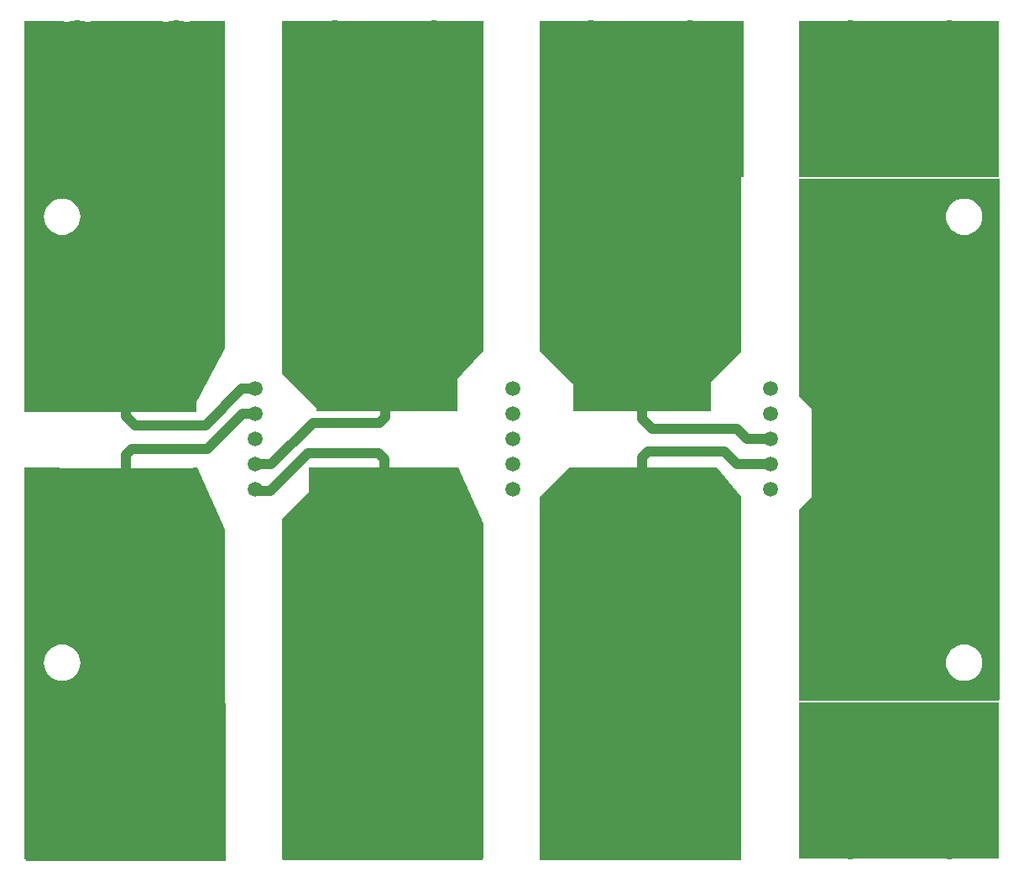
<source format=gbr>
%TF.GenerationSoftware,Altium Limited,Altium Designer,21.6.4 (81)*%
G04 Layer_Physical_Order=2*
G04 Layer_Color=16711680*
%FSLAX43Y43*%
%MOMM*%
%TF.SameCoordinates,1AC814DF-7433-4E0E-8A45-847F92D72221*%
%TF.FilePolarity,Positive*%
%TF.FileFunction,Copper,L2,Bot,Signal*%
%TF.Part,Single*%
G01*
G75*
%TA.AperFunction,Conductor*%
%ADD12C,1.000*%
%TA.AperFunction,ComponentPad*%
%ADD23O,5.080X5.588*%
%ADD24C,1.500*%
%TA.AperFunction,ViaPad*%
%ADD25C,1.800*%
%TA.AperFunction,SMDPad,CuDef*%
%ADD26R,6.200X2.750*%
%TA.AperFunction,Conductor*%
%ADD27R,14.000X5.675*%
%ADD28R,14.758X3.934*%
%ADD29R,14.256X5.180*%
%ADD30R,14.799X5.734*%
%ADD31R,17.250X4.675*%
%ADD32R,6.904X10.675*%
%ADD33R,16.167X16.728*%
%ADD34R,20.200X15.769*%
%ADD35R,20.300X15.728*%
%ADD36R,20.000X15.911*%
%ADD37R,20.077X15.668*%
%ADD38R,20.179X15.803*%
%ADD39R,20.393X16.001*%
%ADD40R,20.273X16.001*%
%ADD41R,20.146X15.941*%
G36*
X73969Y63714D02*
Y51897D01*
X70900Y48777D01*
X70794Y48725D01*
X64294D01*
Y48695D01*
X63816Y48693D01*
X63784Y48725D01*
Y48725D01*
X57284D01*
Y48667D01*
X57023Y48666D01*
X53700Y51989D01*
Y85228D01*
X57476D01*
X57512Y85101D01*
X57244Y84937D01*
X56922Y84662D01*
X56647Y84340D01*
X56426Y83979D01*
X56264Y83588D01*
X56165Y83176D01*
X56132Y82754D01*
Y82650D01*
X58830D01*
X61529D01*
Y82754D01*
X61495Y83176D01*
X61396Y83588D01*
X61234Y83979D01*
X61013Y84340D01*
X60738Y84662D01*
X60416Y84937D01*
X60149Y85101D01*
X60185Y85228D01*
X67476D01*
X67512Y85101D01*
X67244Y84937D01*
X66922Y84662D01*
X66647Y84340D01*
X66426Y83979D01*
X66264Y83588D01*
X66165Y83176D01*
X66132Y82754D01*
Y82650D01*
X68830D01*
X71529D01*
Y82754D01*
X71495Y83176D01*
X71396Y83588D01*
X71234Y83979D01*
X71013Y84340D01*
X70738Y84662D01*
X70416Y84937D01*
X70149Y85101D01*
X70185Y85228D01*
X73969D01*
Y63714D01*
D02*
G37*
G36*
X47969D02*
Y51979D01*
X44878Y48552D01*
X44759Y48598D01*
Y48725D01*
X41659D01*
Y47200D01*
X41509D01*
Y47050D01*
X38259D01*
Y45947D01*
X38169Y45857D01*
X37749Y45859D01*
Y47050D01*
X34499D01*
X31249D01*
Y46260D01*
X31132Y46211D01*
X27700Y49643D01*
Y85228D01*
X31646D01*
X31681Y85101D01*
X31414Y84937D01*
X31092Y84662D01*
X30817Y84340D01*
X30596Y83979D01*
X30434Y83588D01*
X30335Y83176D01*
X30302Y82754D01*
Y82650D01*
X33000D01*
X35698D01*
Y82754D01*
X35665Y83176D01*
X35566Y83588D01*
X35404Y83979D01*
X35183Y84340D01*
X34908Y84662D01*
X34586Y84937D01*
X34319Y85101D01*
X34354Y85228D01*
X41646D01*
X41681Y85101D01*
X41414Y84937D01*
X41092Y84662D01*
X40817Y84340D01*
X40596Y83979D01*
X40434Y83588D01*
X40335Y83176D01*
X40302Y82754D01*
Y82650D01*
X43000D01*
X45698D01*
Y82754D01*
X45665Y83176D01*
X45566Y83588D01*
X45404Y83979D01*
X45183Y84340D01*
X44908Y84662D01*
X44586Y84937D01*
X44319Y85101D01*
X44354Y85228D01*
X47969D01*
Y63714D01*
D02*
G37*
G36*
X21969D02*
Y52234D01*
X18840Y46335D01*
X18717Y46366D01*
Y47050D01*
X15467D01*
X12217D01*
Y45820D01*
X11732D01*
Y47050D01*
X8482D01*
X5232D01*
Y45820D01*
X1700D01*
Y85228D01*
X5646D01*
X5681Y85101D01*
X5414Y84937D01*
X5092Y84662D01*
X4817Y84340D01*
X4596Y83979D01*
X4434Y83588D01*
X4335Y83176D01*
X4302Y82754D01*
Y82650D01*
X7000D01*
X9698D01*
Y82754D01*
X9665Y83176D01*
X9566Y83588D01*
X9404Y83979D01*
X9183Y84340D01*
X8908Y84662D01*
X8586Y84937D01*
X8319Y85101D01*
X8354Y85228D01*
X15646D01*
X15681Y85101D01*
X15414Y84937D01*
X15092Y84662D01*
X14817Y84340D01*
X14596Y83979D01*
X14434Y83588D01*
X14335Y83176D01*
X14302Y82754D01*
Y82650D01*
X17000D01*
X19698D01*
Y82754D01*
X19665Y83176D01*
X19566Y83588D01*
X19404Y83979D01*
X19183Y84340D01*
X18908Y84662D01*
X18586Y84937D01*
X18319Y85101D01*
X18354Y85228D01*
X21969D01*
Y63714D01*
D02*
G37*
G36*
X21969Y33900D02*
X21969Y20675D01*
X21969Y720D01*
X18247Y716D01*
X18223Y841D01*
X18225Y842D01*
X18586Y1063D01*
X18908Y1338D01*
X19183Y1660D01*
X19404Y2021D01*
X19566Y2412D01*
X19665Y2824D01*
X19698Y3246D01*
Y3350D01*
X14302D01*
Y3246D01*
X14335Y2824D01*
X14434Y2412D01*
X14596Y2021D01*
X14817Y1660D01*
X15092Y1338D01*
X15414Y1063D01*
X15775Y842D01*
X15783Y838D01*
X15759Y714D01*
X8224Y706D01*
X8199Y831D01*
X8225Y842D01*
X8586Y1063D01*
X8908Y1338D01*
X9183Y1660D01*
X9404Y2021D01*
X9566Y2412D01*
X9665Y2824D01*
X9698Y3246D01*
Y3350D01*
X4302D01*
Y3246D01*
X4335Y2824D01*
X4434Y2412D01*
X4596Y2021D01*
X4817Y1660D01*
X5092Y1338D01*
X5414Y1063D01*
X5775Y842D01*
X5807Y829D01*
X5782Y704D01*
X1790Y700D01*
X1700Y790D01*
Y40175D01*
X5232D01*
Y38950D01*
X8482D01*
X11732D01*
Y40175D01*
X12217D01*
Y38950D01*
X15467D01*
X18717D01*
Y40175D01*
X19125D01*
X21969Y33900D01*
D02*
G37*
G36*
X47969Y34500D02*
Y720D01*
X44247Y716D01*
X44223Y841D01*
X44225Y842D01*
X44586Y1063D01*
X44908Y1338D01*
X45183Y1660D01*
X45404Y2021D01*
X45566Y2412D01*
X45665Y2824D01*
X45698Y3246D01*
Y3350D01*
X40302D01*
Y3246D01*
X40335Y2824D01*
X40434Y2412D01*
X40596Y2021D01*
X40817Y1660D01*
X41092Y1338D01*
X41414Y1063D01*
X41775Y842D01*
X41783Y838D01*
X41759Y714D01*
X34224Y706D01*
X34199Y831D01*
X34225Y842D01*
X34586Y1063D01*
X34908Y1338D01*
X35183Y1660D01*
X35404Y2021D01*
X35566Y2412D01*
X35665Y2824D01*
X35698Y3246D01*
Y3350D01*
X30302D01*
Y3246D01*
X30335Y2824D01*
X30434Y2412D01*
X30596Y2021D01*
X30817Y1660D01*
X31092Y1338D01*
X31414Y1063D01*
X31775Y842D01*
X31807Y829D01*
X31782Y704D01*
X27790Y700D01*
X27700Y790D01*
X27720Y35040D01*
X30725Y38045D01*
Y40234D01*
X31249D01*
Y38950D01*
X34499D01*
X37749D01*
Y40234D01*
X38259D01*
Y38950D01*
X41509D01*
X44759D01*
Y40234D01*
X45500D01*
X47969Y34500D01*
D02*
G37*
G36*
X73969Y37199D02*
X73969Y20675D01*
X73969Y720D01*
X70234Y716D01*
X70209Y841D01*
X70211Y842D01*
X70572Y1063D01*
X70894Y1338D01*
X71169Y1660D01*
X71391Y2021D01*
X71553Y2412D01*
X71651Y2824D01*
X71685Y3246D01*
Y3350D01*
X66288D01*
Y3246D01*
X66321Y2824D01*
X66420Y2412D01*
X66582Y2021D01*
X66803Y1660D01*
X67078Y1338D01*
X67400Y1063D01*
X67761Y842D01*
X67770Y838D01*
X67745Y714D01*
X60210Y706D01*
X60185Y831D01*
X60211Y842D01*
X60572Y1063D01*
X60894Y1338D01*
X61169Y1660D01*
X61391Y2021D01*
X61553Y2412D01*
X61652Y2824D01*
X61685Y3246D01*
Y3350D01*
X56288D01*
Y3246D01*
X56321Y2824D01*
X56420Y2412D01*
X56582Y2021D01*
X56803Y1660D01*
X57078Y1338D01*
X57400Y1063D01*
X57761Y842D01*
X57793Y829D01*
X57769Y704D01*
X53790Y700D01*
X53700Y790D01*
Y37199D01*
X56675Y40174D01*
X57284D01*
Y38950D01*
X60534D01*
X63784D01*
Y40174D01*
X64294D01*
Y38950D01*
X67544D01*
Y38800D01*
D01*
Y38950D01*
X70794D01*
Y40174D01*
X71526D01*
X73969Y37199D01*
D02*
G37*
G36*
X100080Y69263D02*
Y21056D01*
X100080Y16818D01*
X100000Y16705D01*
X79842D01*
Y35999D01*
X81126Y37283D01*
Y46125D01*
X79842Y47408D01*
Y69296D01*
X100039D01*
X100080Y69263D01*
D02*
G37*
%LPC*%
G36*
X68680Y82350D02*
X66132D01*
Y82246D01*
X66165Y81824D01*
X66264Y81412D01*
X66426Y81021D01*
X66647Y80660D01*
X66922Y80338D01*
X67244Y80063D01*
X67605Y79842D01*
X67996Y79680D01*
X68408Y79581D01*
X68680Y79559D01*
Y82350D01*
D02*
G37*
G36*
X58680D02*
X56132D01*
Y82246D01*
X56165Y81824D01*
X56264Y81412D01*
X56426Y81021D01*
X56647Y80660D01*
X56922Y80338D01*
X57244Y80063D01*
X57605Y79842D01*
X57996Y79680D01*
X58408Y79581D01*
X58680Y79559D01*
Y82350D01*
D02*
G37*
G36*
X71529D02*
X68980D01*
Y79559D01*
X69252Y79581D01*
X69664Y79680D01*
X70055Y79842D01*
X70416Y80063D01*
X70738Y80338D01*
X71013Y80660D01*
X71234Y81021D01*
X71396Y81412D01*
X71495Y81824D01*
X71529Y82246D01*
Y82350D01*
D02*
G37*
G36*
X61529D02*
X58980D01*
Y79559D01*
X59252Y79581D01*
X59664Y79680D01*
X60055Y79842D01*
X60416Y80063D01*
X60738Y80338D01*
X61013Y80660D01*
X61234Y81021D01*
X61396Y81412D01*
X61495Y81824D01*
X61529Y82246D01*
Y82350D01*
D02*
G37*
G36*
X68980Y75441D02*
Y72650D01*
X71529D01*
Y72754D01*
X71495Y73176D01*
X71396Y73588D01*
X71234Y73979D01*
X71013Y74340D01*
X70738Y74662D01*
X70416Y74937D01*
X70055Y75158D01*
X69664Y75320D01*
X69252Y75419D01*
X68980Y75441D01*
D02*
G37*
G36*
X58980D02*
Y72650D01*
X61529D01*
Y72754D01*
X61495Y73176D01*
X61396Y73588D01*
X61234Y73979D01*
X61013Y74340D01*
X60738Y74662D01*
X60416Y74937D01*
X60055Y75158D01*
X59664Y75320D01*
X59252Y75419D01*
X58980Y75441D01*
D02*
G37*
G36*
X68680Y75441D02*
X68408Y75419D01*
X67996Y75320D01*
X67605Y75158D01*
X67244Y74937D01*
X66922Y74662D01*
X66647Y74340D01*
X66426Y73979D01*
X66264Y73588D01*
X66165Y73176D01*
X66132Y72754D01*
Y72650D01*
X68680D01*
Y75441D01*
D02*
G37*
G36*
X58680D02*
X58408Y75419D01*
X57996Y75320D01*
X57605Y75158D01*
X57244Y74937D01*
X56922Y74662D01*
X56647Y74340D01*
X56426Y73979D01*
X56264Y73588D01*
X56165Y73176D01*
X56132Y72754D01*
Y72650D01*
X58680D01*
Y75441D01*
D02*
G37*
G36*
X68680Y72350D02*
X66132D01*
Y72246D01*
X66165Y71824D01*
X66264Y71412D01*
X66426Y71021D01*
X66647Y70660D01*
X66922Y70338D01*
X67244Y70063D01*
X67605Y69842D01*
X67996Y69680D01*
X68408Y69581D01*
X68680Y69559D01*
Y72350D01*
D02*
G37*
G36*
X58680D02*
X56132D01*
Y72246D01*
X56165Y71824D01*
X56264Y71412D01*
X56426Y71021D01*
X56647Y70660D01*
X56922Y70338D01*
X57244Y70063D01*
X57605Y69842D01*
X57996Y69680D01*
X58408Y69581D01*
X58680Y69559D01*
Y72350D01*
D02*
G37*
G36*
X71529D02*
X68980D01*
Y69559D01*
X69252Y69581D01*
X69664Y69680D01*
X70055Y69842D01*
X70416Y70063D01*
X70738Y70338D01*
X71013Y70660D01*
X71234Y71021D01*
X71396Y71412D01*
X71495Y71824D01*
X71529Y72246D01*
Y72350D01*
D02*
G37*
G36*
X61529D02*
X58980D01*
Y69559D01*
X59252Y69581D01*
X59664Y69680D01*
X60055Y69842D01*
X60416Y70063D01*
X60738Y70338D01*
X61013Y70660D01*
X61234Y71021D01*
X61396Y71412D01*
X61495Y71824D01*
X61529Y72246D01*
Y72350D01*
D02*
G37*
G36*
X42850Y82350D02*
X40302D01*
Y82246D01*
X40335Y81824D01*
X40434Y81412D01*
X40596Y81021D01*
X40817Y80660D01*
X41092Y80338D01*
X41414Y80063D01*
X41775Y79842D01*
X42166Y79680D01*
X42578Y79581D01*
X42850Y79559D01*
Y82350D01*
D02*
G37*
G36*
X32850D02*
X30302D01*
Y82246D01*
X30335Y81824D01*
X30434Y81412D01*
X30596Y81021D01*
X30817Y80660D01*
X31092Y80338D01*
X31414Y80063D01*
X31775Y79842D01*
X32166Y79680D01*
X32578Y79581D01*
X32850Y79559D01*
Y82350D01*
D02*
G37*
G36*
X45698D02*
X43150D01*
Y79559D01*
X43422Y79581D01*
X43834Y79680D01*
X44225Y79842D01*
X44586Y80063D01*
X44908Y80338D01*
X45183Y80660D01*
X45404Y81021D01*
X45566Y81412D01*
X45665Y81824D01*
X45698Y82246D01*
Y82350D01*
D02*
G37*
G36*
X35698D02*
X33150D01*
Y79559D01*
X33422Y79581D01*
X33834Y79680D01*
X34225Y79842D01*
X34586Y80063D01*
X34908Y80338D01*
X35183Y80660D01*
X35404Y81021D01*
X35566Y81412D01*
X35665Y81824D01*
X35698Y82246D01*
Y82350D01*
D02*
G37*
G36*
X33150Y75441D02*
Y72650D01*
X35698D01*
Y72754D01*
X35665Y73176D01*
X35566Y73588D01*
X35404Y73979D01*
X35183Y74340D01*
X34908Y74662D01*
X34586Y74937D01*
X34225Y75158D01*
X33834Y75320D01*
X33422Y75419D01*
X33150Y75441D01*
D02*
G37*
G36*
X43150D02*
Y72650D01*
X45698D01*
Y72754D01*
X45665Y73176D01*
X45566Y73588D01*
X45404Y73979D01*
X45183Y74340D01*
X44908Y74662D01*
X44586Y74937D01*
X44225Y75158D01*
X43834Y75320D01*
X43422Y75419D01*
X43150Y75441D01*
D02*
G37*
G36*
X32850D02*
X32578Y75419D01*
X32166Y75320D01*
X31775Y75158D01*
X31414Y74937D01*
X31092Y74662D01*
X30817Y74340D01*
X30596Y73979D01*
X30434Y73588D01*
X30335Y73176D01*
X30302Y72754D01*
Y72650D01*
X32850D01*
Y75441D01*
D02*
G37*
G36*
X42850D02*
X42578Y75419D01*
X42166Y75320D01*
X41775Y75158D01*
X41414Y74937D01*
X41092Y74662D01*
X40817Y74340D01*
X40596Y73979D01*
X40434Y73588D01*
X40335Y73176D01*
X40302Y72754D01*
Y72650D01*
X42850D01*
Y75441D01*
D02*
G37*
G36*
Y72350D02*
X40302D01*
Y72246D01*
X40335Y71824D01*
X40434Y71412D01*
X40596Y71021D01*
X40817Y70660D01*
X41092Y70338D01*
X41414Y70063D01*
X41775Y69842D01*
X42166Y69680D01*
X42578Y69581D01*
X42850Y69559D01*
Y72350D01*
D02*
G37*
G36*
X32850D02*
X30302D01*
Y72246D01*
X30335Y71824D01*
X30434Y71412D01*
X30596Y71021D01*
X30817Y70660D01*
X31092Y70338D01*
X31414Y70063D01*
X31775Y69842D01*
X32166Y69680D01*
X32578Y69581D01*
X32850Y69559D01*
Y72350D01*
D02*
G37*
G36*
X45698D02*
X43150D01*
Y69559D01*
X43422Y69581D01*
X43834Y69680D01*
X44225Y69842D01*
X44586Y70063D01*
X44908Y70338D01*
X45183Y70660D01*
X45404Y71021D01*
X45566Y71412D01*
X45665Y71824D01*
X45698Y72246D01*
Y72350D01*
D02*
G37*
G36*
X35698D02*
X33150D01*
Y69559D01*
X33422Y69581D01*
X33834Y69680D01*
X34225Y69842D01*
X34586Y70063D01*
X34908Y70338D01*
X35183Y70660D01*
X35404Y71021D01*
X35566Y71412D01*
X35665Y71824D01*
X35698Y72246D01*
Y72350D01*
D02*
G37*
G36*
X37749Y48725D02*
X34649D01*
Y47350D01*
X37749D01*
Y48725D01*
D02*
G37*
G36*
X41359D02*
X38259D01*
Y47350D01*
X41359D01*
Y48725D01*
D02*
G37*
G36*
X34349D02*
X31249D01*
Y47350D01*
X34349D01*
Y48725D01*
D02*
G37*
G36*
X19698Y82350D02*
X17150D01*
Y79559D01*
X17422Y79581D01*
X17834Y79680D01*
X18225Y79842D01*
X18586Y80063D01*
X18908Y80338D01*
X19183Y80660D01*
X19404Y81021D01*
X19566Y81412D01*
X19665Y81824D01*
X19698Y82246D01*
Y82350D01*
D02*
G37*
G36*
X9698D02*
X7150D01*
Y79559D01*
X7422Y79581D01*
X7834Y79680D01*
X8225Y79842D01*
X8586Y80063D01*
X8908Y80338D01*
X9183Y80660D01*
X9404Y81021D01*
X9566Y81412D01*
X9665Y81824D01*
X9698Y82246D01*
Y82350D01*
D02*
G37*
G36*
X16850D02*
X14302D01*
Y82246D01*
X14335Y81824D01*
X14434Y81412D01*
X14596Y81021D01*
X14817Y80660D01*
X15092Y80338D01*
X15414Y80063D01*
X15775Y79842D01*
X16166Y79680D01*
X16578Y79581D01*
X16850Y79559D01*
Y82350D01*
D02*
G37*
G36*
X6850D02*
X4302D01*
Y82246D01*
X4335Y81824D01*
X4434Y81412D01*
X4596Y81021D01*
X4817Y80660D01*
X5092Y80338D01*
X5414Y80063D01*
X5775Y79842D01*
X6166Y79680D01*
X6578Y79581D01*
X6850Y79559D01*
Y82350D01*
D02*
G37*
G36*
X7150Y75441D02*
Y72650D01*
X9698D01*
Y72754D01*
X9665Y73176D01*
X9566Y73588D01*
X9404Y73979D01*
X9183Y74340D01*
X8908Y74662D01*
X8586Y74937D01*
X8225Y75158D01*
X7834Y75320D01*
X7422Y75419D01*
X7150Y75441D01*
D02*
G37*
G36*
X17150D02*
Y72650D01*
X19698D01*
Y72754D01*
X19665Y73176D01*
X19566Y73588D01*
X19404Y73979D01*
X19183Y74340D01*
X18908Y74662D01*
X18586Y74937D01*
X18225Y75158D01*
X17834Y75320D01*
X17422Y75419D01*
X17150Y75441D01*
D02*
G37*
G36*
X6850D02*
X6578Y75419D01*
X6166Y75320D01*
X5775Y75158D01*
X5414Y74937D01*
X5092Y74662D01*
X4817Y74340D01*
X4596Y73979D01*
X4434Y73588D01*
X4335Y73176D01*
X4302Y72754D01*
Y72650D01*
X6850D01*
Y75441D01*
D02*
G37*
G36*
X16850D02*
X16578Y75419D01*
X16166Y75320D01*
X15775Y75158D01*
X15414Y74937D01*
X15092Y74662D01*
X14817Y74340D01*
X14596Y73979D01*
X14434Y73588D01*
X14335Y73176D01*
X14302Y72754D01*
Y72650D01*
X16850D01*
Y75441D01*
D02*
G37*
G36*
X19698Y72350D02*
X17150D01*
Y69559D01*
X17422Y69581D01*
X17834Y69680D01*
X18225Y69842D01*
X18586Y70063D01*
X18908Y70338D01*
X19183Y70660D01*
X19404Y71021D01*
X19566Y71412D01*
X19665Y71824D01*
X19698Y72246D01*
Y72350D01*
D02*
G37*
G36*
X9698D02*
X7150D01*
Y69559D01*
X7422Y69581D01*
X7834Y69680D01*
X8225Y69842D01*
X8586Y70063D01*
X8908Y70338D01*
X9183Y70660D01*
X9404Y71021D01*
X9566Y71412D01*
X9665Y71824D01*
X9698Y72246D01*
Y72350D01*
D02*
G37*
G36*
X16850D02*
X14302D01*
Y72246D01*
X14335Y71824D01*
X14434Y71412D01*
X14596Y71021D01*
X14817Y70660D01*
X15092Y70338D01*
X15414Y70063D01*
X15775Y69842D01*
X16166Y69680D01*
X16578Y69581D01*
X16850Y69559D01*
Y72350D01*
D02*
G37*
G36*
X6850D02*
X4302D01*
Y72246D01*
X4335Y71824D01*
X4434Y71412D01*
X4596Y71021D01*
X4817Y70660D01*
X5092Y70338D01*
X5414Y70063D01*
X5775Y69842D01*
X6166Y69680D01*
X6578Y69581D01*
X6850Y69559D01*
Y72350D01*
D02*
G37*
G36*
X5500Y67336D02*
X5142Y67301D01*
X4797Y67196D01*
X4480Y67026D01*
X4202Y66798D01*
X3974Y66520D01*
X3804Y66203D01*
X3699Y65858D01*
X3664Y65500D01*
X3699Y65142D01*
X3804Y64797D01*
X3974Y64480D01*
X4202Y64202D01*
X4480Y63974D01*
X4797Y63804D01*
X5142Y63699D01*
X5500Y63664D01*
X5858Y63699D01*
X6203Y63804D01*
X6520Y63974D01*
X6798Y64202D01*
X7026Y64480D01*
X7196Y64797D01*
X7301Y65142D01*
X7336Y65500D01*
X7301Y65858D01*
X7196Y66203D01*
X7026Y66520D01*
X6798Y66798D01*
X6520Y67026D01*
X6203Y67196D01*
X5858Y67301D01*
X5500Y67336D01*
D02*
G37*
G36*
X18717Y48725D02*
X15617D01*
Y47350D01*
X18717D01*
Y48725D01*
D02*
G37*
G36*
X11732D02*
X8632D01*
Y47350D01*
X11732D01*
Y48725D01*
D02*
G37*
G36*
X15317D02*
X12217D01*
Y47350D01*
X15317D01*
Y48725D01*
D02*
G37*
G36*
X8332D02*
X5232D01*
Y47350D01*
X8332D01*
Y48725D01*
D02*
G37*
G36*
X18717Y38650D02*
X15617D01*
Y37275D01*
X18717D01*
Y38650D01*
D02*
G37*
G36*
X15317D02*
X12217D01*
Y37275D01*
X15317D01*
Y38650D01*
D02*
G37*
G36*
X11732D02*
X8632D01*
Y37275D01*
X11732D01*
Y38650D01*
D02*
G37*
G36*
X8332D02*
X5232D01*
Y37275D01*
X8332D01*
Y38650D01*
D02*
G37*
G36*
X5500Y22336D02*
X5142Y22301D01*
X4797Y22196D01*
X4480Y22026D01*
X4202Y21798D01*
X3974Y21520D01*
X3804Y21203D01*
X3699Y20858D01*
X3664Y20500D01*
X3699Y20142D01*
X3804Y19797D01*
X3974Y19480D01*
X4202Y19202D01*
X4480Y18974D01*
X4797Y18804D01*
X5142Y18699D01*
X5500Y18664D01*
X5858Y18699D01*
X6203Y18804D01*
X6520Y18974D01*
X6798Y19202D01*
X7026Y19480D01*
X7196Y19797D01*
X7301Y20142D01*
X7336Y20500D01*
X7301Y20858D01*
X7196Y21203D01*
X7026Y21520D01*
X6798Y21798D01*
X6520Y22026D01*
X6203Y22196D01*
X5858Y22301D01*
X5500Y22336D01*
D02*
G37*
G36*
X17150Y16441D02*
Y13650D01*
X19698D01*
Y13754D01*
X19665Y14176D01*
X19566Y14588D01*
X19404Y14979D01*
X19183Y15340D01*
X18908Y15662D01*
X18586Y15937D01*
X18225Y16158D01*
X17834Y16320D01*
X17422Y16419D01*
X17150Y16441D01*
D02*
G37*
G36*
X16850D02*
X16578Y16419D01*
X16166Y16320D01*
X15775Y16158D01*
X15414Y15937D01*
X15092Y15662D01*
X14817Y15340D01*
X14596Y14979D01*
X14434Y14588D01*
X14335Y14176D01*
X14302Y13754D01*
Y13650D01*
X16850D01*
Y16441D01*
D02*
G37*
G36*
X7150D02*
Y13650D01*
X9698D01*
Y13754D01*
X9665Y14176D01*
X9566Y14588D01*
X9404Y14979D01*
X9183Y15340D01*
X8908Y15662D01*
X8586Y15937D01*
X8225Y16158D01*
X7834Y16320D01*
X7422Y16419D01*
X7150Y16441D01*
D02*
G37*
G36*
X6850D02*
X6578Y16419D01*
X6166Y16320D01*
X5775Y16158D01*
X5414Y15937D01*
X5092Y15662D01*
X4817Y15340D01*
X4596Y14979D01*
X4434Y14588D01*
X4335Y14176D01*
X4302Y13754D01*
Y13650D01*
X6850D01*
Y16441D01*
D02*
G37*
G36*
X19698Y13350D02*
X17150D01*
Y10559D01*
X17422Y10581D01*
X17834Y10680D01*
X18225Y10842D01*
X18586Y11063D01*
X18908Y11338D01*
X19183Y11660D01*
X19404Y12021D01*
X19566Y12412D01*
X19665Y12824D01*
X19698Y13246D01*
Y13350D01*
D02*
G37*
G36*
X16850D02*
X14302D01*
Y13246D01*
X14335Y12824D01*
X14434Y12412D01*
X14596Y12021D01*
X14817Y11660D01*
X15092Y11338D01*
X15414Y11063D01*
X15775Y10842D01*
X16166Y10680D01*
X16578Y10581D01*
X16850Y10559D01*
Y13350D01*
D02*
G37*
G36*
X9698D02*
X7150D01*
Y10559D01*
X7422Y10581D01*
X7834Y10680D01*
X8225Y10842D01*
X8586Y11063D01*
X8908Y11338D01*
X9183Y11660D01*
X9404Y12021D01*
X9566Y12412D01*
X9665Y12824D01*
X9698Y13246D01*
Y13350D01*
D02*
G37*
G36*
X6850D02*
X4302D01*
Y13246D01*
X4335Y12824D01*
X4434Y12412D01*
X4596Y12021D01*
X4817Y11660D01*
X5092Y11338D01*
X5414Y11063D01*
X5775Y10842D01*
X6166Y10680D01*
X6578Y10581D01*
X6850Y10559D01*
Y13350D01*
D02*
G37*
G36*
X17150Y6441D02*
Y3650D01*
X19698D01*
Y3754D01*
X19665Y4176D01*
X19566Y4588D01*
X19404Y4979D01*
X19183Y5340D01*
X18908Y5662D01*
X18586Y5937D01*
X18225Y6158D01*
X17834Y6320D01*
X17422Y6419D01*
X17150Y6441D01*
D02*
G37*
G36*
X16850D02*
X16578Y6419D01*
X16166Y6320D01*
X15775Y6158D01*
X15414Y5937D01*
X15092Y5662D01*
X14817Y5340D01*
X14596Y4979D01*
X14434Y4588D01*
X14335Y4176D01*
X14302Y3754D01*
Y3650D01*
X16850D01*
Y6441D01*
D02*
G37*
G36*
X7150D02*
Y3650D01*
X9698D01*
Y3754D01*
X9665Y4176D01*
X9566Y4588D01*
X9404Y4979D01*
X9183Y5340D01*
X8908Y5662D01*
X8586Y5937D01*
X8225Y6158D01*
X7834Y6320D01*
X7422Y6419D01*
X7150Y6441D01*
D02*
G37*
G36*
X6850D02*
X6578Y6419D01*
X6166Y6320D01*
X5775Y6158D01*
X5414Y5937D01*
X5092Y5662D01*
X4817Y5340D01*
X4596Y4979D01*
X4434Y4588D01*
X4335Y4176D01*
X4302Y3754D01*
Y3650D01*
X6850D01*
Y6441D01*
D02*
G37*
G36*
X44759Y38650D02*
X41659D01*
Y37275D01*
X44759D01*
Y38650D01*
D02*
G37*
G36*
X41359D02*
X38259D01*
Y37275D01*
X41359D01*
Y38650D01*
D02*
G37*
G36*
X37749D02*
X34649D01*
Y37275D01*
X37749D01*
Y38650D01*
D02*
G37*
G36*
X34349D02*
X31249D01*
Y37275D01*
X34349D01*
Y38650D01*
D02*
G37*
G36*
X43150Y16441D02*
Y13650D01*
X45698D01*
Y13754D01*
X45665Y14176D01*
X45566Y14588D01*
X45404Y14979D01*
X45183Y15340D01*
X44908Y15662D01*
X44586Y15937D01*
X44225Y16158D01*
X43834Y16320D01*
X43422Y16419D01*
X43150Y16441D01*
D02*
G37*
G36*
X42850D02*
X42578Y16419D01*
X42166Y16320D01*
X41775Y16158D01*
X41414Y15937D01*
X41092Y15662D01*
X40817Y15340D01*
X40596Y14979D01*
X40434Y14588D01*
X40335Y14176D01*
X40302Y13754D01*
Y13650D01*
X42850D01*
Y16441D01*
D02*
G37*
G36*
X33150D02*
Y13650D01*
X35698D01*
Y13754D01*
X35665Y14176D01*
X35566Y14588D01*
X35404Y14979D01*
X35183Y15340D01*
X34908Y15662D01*
X34586Y15937D01*
X34225Y16158D01*
X33834Y16320D01*
X33422Y16419D01*
X33150Y16441D01*
D02*
G37*
G36*
X32850D02*
X32578Y16419D01*
X32166Y16320D01*
X31775Y16158D01*
X31414Y15937D01*
X31092Y15662D01*
X30817Y15340D01*
X30596Y14979D01*
X30434Y14588D01*
X30335Y14176D01*
X30302Y13754D01*
Y13650D01*
X32850D01*
Y16441D01*
D02*
G37*
G36*
X45698Y13350D02*
X43150D01*
Y10559D01*
X43422Y10581D01*
X43834Y10680D01*
X44225Y10842D01*
X44586Y11063D01*
X44908Y11338D01*
X45183Y11660D01*
X45404Y12021D01*
X45566Y12412D01*
X45665Y12824D01*
X45698Y13246D01*
Y13350D01*
D02*
G37*
G36*
X42850D02*
X40302D01*
Y13246D01*
X40335Y12824D01*
X40434Y12412D01*
X40596Y12021D01*
X40817Y11660D01*
X41092Y11338D01*
X41414Y11063D01*
X41775Y10842D01*
X42166Y10680D01*
X42578Y10581D01*
X42850Y10559D01*
Y13350D01*
D02*
G37*
G36*
X35698D02*
X33150D01*
Y10559D01*
X33422Y10581D01*
X33834Y10680D01*
X34225Y10842D01*
X34586Y11063D01*
X34908Y11338D01*
X35183Y11660D01*
X35404Y12021D01*
X35566Y12412D01*
X35665Y12824D01*
X35698Y13246D01*
Y13350D01*
D02*
G37*
G36*
X32850D02*
X30302D01*
Y13246D01*
X30335Y12824D01*
X30434Y12412D01*
X30596Y12021D01*
X30817Y11660D01*
X31092Y11338D01*
X31414Y11063D01*
X31775Y10842D01*
X32166Y10680D01*
X32578Y10581D01*
X32850Y10559D01*
Y13350D01*
D02*
G37*
G36*
X43150Y6441D02*
Y3650D01*
X45698D01*
Y3754D01*
X45665Y4176D01*
X45566Y4588D01*
X45404Y4979D01*
X45183Y5340D01*
X44908Y5662D01*
X44586Y5937D01*
X44225Y6158D01*
X43834Y6320D01*
X43422Y6419D01*
X43150Y6441D01*
D02*
G37*
G36*
X42850D02*
X42578Y6419D01*
X42166Y6320D01*
X41775Y6158D01*
X41414Y5937D01*
X41092Y5662D01*
X40817Y5340D01*
X40596Y4979D01*
X40434Y4588D01*
X40335Y4176D01*
X40302Y3754D01*
Y3650D01*
X42850D01*
Y6441D01*
D02*
G37*
G36*
X33150D02*
Y3650D01*
X35698D01*
Y3754D01*
X35665Y4176D01*
X35566Y4588D01*
X35404Y4979D01*
X35183Y5340D01*
X34908Y5662D01*
X34586Y5937D01*
X34225Y6158D01*
X33834Y6320D01*
X33422Y6419D01*
X33150Y6441D01*
D02*
G37*
G36*
X32850D02*
X32578Y6419D01*
X32166Y6320D01*
X31775Y6158D01*
X31414Y5937D01*
X31092Y5662D01*
X30817Y5340D01*
X30596Y4979D01*
X30434Y4588D01*
X30335Y4176D01*
X30302Y3754D01*
Y3650D01*
X32850D01*
Y6441D01*
D02*
G37*
G36*
X70794Y38650D02*
X67694D01*
Y37275D01*
X70794D01*
Y38650D01*
D02*
G37*
G36*
X67394D02*
X64294D01*
Y37275D01*
X67394D01*
Y38650D01*
D02*
G37*
G36*
X63784D02*
X60684D01*
Y37275D01*
X63784D01*
Y38650D01*
D02*
G37*
G36*
X60384D02*
X57284D01*
Y37275D01*
X60384D01*
Y38650D01*
D02*
G37*
G36*
X69136Y16441D02*
Y13650D01*
X71685D01*
Y13754D01*
X71651Y14176D01*
X71553Y14588D01*
X71391Y14979D01*
X71169Y15340D01*
X70894Y15662D01*
X70572Y15937D01*
X70211Y16158D01*
X69820Y16320D01*
X69409Y16419D01*
X69136Y16441D01*
D02*
G37*
G36*
X68836D02*
X68564Y16419D01*
X68153Y16320D01*
X67761Y16158D01*
X67400Y15937D01*
X67078Y15662D01*
X66803Y15340D01*
X66582Y14979D01*
X66420Y14588D01*
X66321Y14176D01*
X66288Y13754D01*
Y13650D01*
X68836D01*
Y16441D01*
D02*
G37*
G36*
X59136D02*
Y13650D01*
X61685D01*
Y13754D01*
X61652Y14176D01*
X61553Y14588D01*
X61391Y14979D01*
X61169Y15340D01*
X60894Y15662D01*
X60572Y15937D01*
X60211Y16158D01*
X59820Y16320D01*
X59409Y16419D01*
X59136Y16441D01*
D02*
G37*
G36*
X58836D02*
X58564Y16419D01*
X58153Y16320D01*
X57761Y16158D01*
X57400Y15937D01*
X57078Y15662D01*
X56803Y15340D01*
X56582Y14979D01*
X56420Y14588D01*
X56321Y14176D01*
X56288Y13754D01*
Y13650D01*
X58836D01*
Y16441D01*
D02*
G37*
G36*
X71685Y13350D02*
X69136D01*
Y10559D01*
X69409Y10581D01*
X69820Y10680D01*
X70211Y10842D01*
X70572Y11063D01*
X70894Y11338D01*
X71169Y11660D01*
X71391Y12021D01*
X71553Y12412D01*
X71651Y12824D01*
X71685Y13246D01*
Y13350D01*
D02*
G37*
G36*
X68836D02*
X66288D01*
Y13246D01*
X66321Y12824D01*
X66420Y12412D01*
X66582Y12021D01*
X66803Y11660D01*
X67078Y11338D01*
X67400Y11063D01*
X67761Y10842D01*
X68153Y10680D01*
X68564Y10581D01*
X68836Y10559D01*
Y13350D01*
D02*
G37*
G36*
X61685D02*
X59136D01*
Y10559D01*
X59409Y10581D01*
X59820Y10680D01*
X60211Y10842D01*
X60572Y11063D01*
X60894Y11338D01*
X61169Y11660D01*
X61391Y12021D01*
X61553Y12412D01*
X61652Y12824D01*
X61685Y13246D01*
Y13350D01*
D02*
G37*
G36*
X58836D02*
X56288D01*
Y13246D01*
X56321Y12824D01*
X56420Y12412D01*
X56582Y12021D01*
X56803Y11660D01*
X57078Y11338D01*
X57400Y11063D01*
X57761Y10842D01*
X58153Y10680D01*
X58564Y10581D01*
X58836Y10559D01*
Y13350D01*
D02*
G37*
G36*
X69136Y6441D02*
Y3650D01*
X71685D01*
Y3754D01*
X71651Y4176D01*
X71553Y4588D01*
X71391Y4979D01*
X71169Y5340D01*
X70894Y5662D01*
X70572Y5937D01*
X70211Y6158D01*
X69820Y6320D01*
X69409Y6419D01*
X69136Y6441D01*
D02*
G37*
G36*
X68836D02*
X68564Y6419D01*
X68153Y6320D01*
X67761Y6158D01*
X67400Y5937D01*
X67078Y5662D01*
X66803Y5340D01*
X66582Y4979D01*
X66420Y4588D01*
X66321Y4176D01*
X66288Y3754D01*
Y3650D01*
X68836D01*
Y6441D01*
D02*
G37*
G36*
X59136D02*
Y3650D01*
X61685D01*
Y3754D01*
X61652Y4176D01*
X61553Y4588D01*
X61391Y4979D01*
X61169Y5340D01*
X60894Y5662D01*
X60572Y5937D01*
X60211Y6158D01*
X59820Y6320D01*
X59409Y6419D01*
X59136Y6441D01*
D02*
G37*
G36*
X58836D02*
X58564Y6419D01*
X58153Y6320D01*
X57761Y6158D01*
X57400Y5937D01*
X57078Y5662D01*
X56803Y5340D01*
X56582Y4979D01*
X56420Y4588D01*
X56321Y4176D01*
X56288Y3754D01*
Y3650D01*
X58836D01*
Y6441D01*
D02*
G37*
G36*
X96500Y67336D02*
X96142Y67301D01*
X95797Y67196D01*
X95480Y67026D01*
X95202Y66798D01*
X94974Y66520D01*
X94804Y66203D01*
X94699Y65858D01*
X94664Y65500D01*
X94699Y65142D01*
X94804Y64797D01*
X94974Y64480D01*
X95202Y64202D01*
X95480Y63974D01*
X95797Y63804D01*
X96142Y63699D01*
X96500Y63664D01*
X96858Y63699D01*
X97203Y63804D01*
X97520Y63974D01*
X97798Y64202D01*
X98026Y64480D01*
X98196Y64797D01*
X98301Y65142D01*
X98336Y65500D01*
X98301Y65858D01*
X98196Y66203D01*
X98026Y66520D01*
X97798Y66798D01*
X97520Y67026D01*
X97203Y67196D01*
X96858Y67301D01*
X96500Y67336D01*
D02*
G37*
G36*
Y22336D02*
X96142Y22301D01*
X95797Y22196D01*
X95480Y22026D01*
X95202Y21798D01*
X94974Y21520D01*
X94804Y21203D01*
X94699Y20858D01*
X94664Y20500D01*
X94699Y20142D01*
X94804Y19797D01*
X94974Y19480D01*
X95202Y19202D01*
X95480Y18974D01*
X95797Y18804D01*
X96142Y18699D01*
X96500Y18664D01*
X96858Y18699D01*
X97203Y18804D01*
X97520Y18974D01*
X97798Y19202D01*
X98026Y19480D01*
X98196Y19797D01*
X98301Y20142D01*
X98336Y20500D01*
X98301Y20858D01*
X98196Y21203D01*
X98026Y21520D01*
X97798Y21798D01*
X97520Y22026D01*
X97203Y22196D01*
X96858Y22301D01*
X96500Y22336D01*
D02*
G37*
%LPD*%
D12*
X25000Y40540D02*
X26615D01*
X30804Y44729D02*
X37514D01*
X26615Y40540D02*
X30804Y44729D01*
X25096Y37904D02*
X25449D01*
X25504Y37850D01*
X25000Y38000D02*
X25096Y37904D01*
X25504Y37850D02*
X26525D01*
X30306Y41631D01*
X37414D01*
X38000Y41045D01*
Y38800D02*
Y41045D01*
X23720Y45620D02*
X25000D01*
X12549Y42025D02*
X20125D01*
X23720Y45620D01*
X11963Y41439D02*
X12549Y42025D01*
X11963Y38760D02*
Y41439D01*
X11938Y47253D02*
X12000Y47315D01*
X23660Y48160D02*
X25000D01*
X11938Y45379D02*
X12867Y44450D01*
X19950D02*
X23660Y48160D01*
X12867Y44450D02*
X19950D01*
X11938Y45379D02*
Y47253D01*
X72339Y41783D02*
X73582Y40540D01*
X64033Y38788D02*
Y41197D01*
X73582Y40540D02*
X77000D01*
X64619Y41783D02*
X72339D01*
X64033Y41197D02*
X64619Y41783D01*
X73599Y44069D02*
X74588Y43080D01*
X65024Y44069D02*
X73599D01*
X74588Y43080D02*
X77000D01*
X64000Y45093D02*
X65024Y44069D01*
X64000Y45093D02*
Y47200D01*
X38100Y45315D02*
Y47200D01*
X37514Y44729D02*
X38100Y45315D01*
D23*
X7000Y3500D02*
D03*
X17000D02*
D03*
Y13500D02*
D03*
X7000D02*
D03*
X95000Y72500D02*
D03*
X85000D02*
D03*
Y82500D02*
D03*
X95000D02*
D03*
X68830Y72500D02*
D03*
X58830D02*
D03*
Y82500D02*
D03*
X68830D02*
D03*
X43000Y72500D02*
D03*
X33000D02*
D03*
Y82500D02*
D03*
X43000D02*
D03*
X17000Y72500D02*
D03*
X7000D02*
D03*
Y82500D02*
D03*
X17000D02*
D03*
X33000Y13500D02*
D03*
X43000D02*
D03*
Y3500D02*
D03*
X33000D02*
D03*
X85000Y13500D02*
D03*
X95000D02*
D03*
Y3500D02*
D03*
X85000D02*
D03*
X58986Y13500D02*
D03*
X68986D02*
D03*
Y3500D02*
D03*
X58986D02*
D03*
D24*
X77000Y38000D02*
D03*
Y40540D02*
D03*
Y43080D02*
D03*
Y45620D02*
D03*
Y48160D02*
D03*
X51000Y38000D02*
D03*
Y40540D02*
D03*
Y43080D02*
D03*
Y45620D02*
D03*
Y48160D02*
D03*
X25000Y38000D02*
D03*
Y40540D02*
D03*
Y43080D02*
D03*
Y45620D02*
D03*
Y48160D02*
D03*
D25*
X45513Y30480D02*
D03*
X45462Y32455D02*
D03*
X43567Y34500D02*
D03*
X42062Y50000D02*
D03*
X37500Y36500D02*
D03*
X38062Y50000D02*
D03*
X33500Y36500D02*
D03*
X34062Y50000D02*
D03*
X35500Y34500D02*
D03*
X44062Y50000D02*
D03*
X39500Y36500D02*
D03*
X40062Y50000D02*
D03*
X35500Y36500D02*
D03*
X36062Y50000D02*
D03*
X33500Y34500D02*
D03*
X32062Y50000D02*
D03*
X37500Y34532D02*
D03*
X39500Y34500D02*
D03*
X41500Y36500D02*
D03*
Y34500D02*
D03*
X3086Y32500D02*
D03*
X5086D02*
D03*
X7086D02*
D03*
X9086D02*
D03*
X11086D02*
D03*
X13086D02*
D03*
X15086D02*
D03*
X17086D02*
D03*
X17153Y34500D02*
D03*
X15086D02*
D03*
X13086D02*
D03*
X11086Y34532D02*
D03*
X9086Y34500D02*
D03*
X7086D02*
D03*
X5086D02*
D03*
X3086D02*
D03*
Y36500D02*
D03*
X5086D02*
D03*
X7086D02*
D03*
X9086D02*
D03*
X11086D02*
D03*
X13086D02*
D03*
X15086D02*
D03*
X17086D02*
D03*
Y30500D02*
D03*
X15086D02*
D03*
X13086D02*
D03*
X11086D02*
D03*
X9086D02*
D03*
X7086D02*
D03*
X5086D02*
D03*
X3086D02*
D03*
Y28500D02*
D03*
X5086D02*
D03*
X7086D02*
D03*
X9086D02*
D03*
X11086Y28532D02*
D03*
X13086Y28500D02*
D03*
X15086D02*
D03*
X17153D02*
D03*
X19086D02*
D03*
Y26500D02*
D03*
X17086D02*
D03*
X15086D02*
D03*
X13086D02*
D03*
X11086D02*
D03*
X9086D02*
D03*
X7086D02*
D03*
X5086D02*
D03*
X3086D02*
D03*
X33500Y32500D02*
D03*
X35500D02*
D03*
X37500D02*
D03*
X39500D02*
D03*
X41500D02*
D03*
X43500D02*
D03*
X45500Y34500D02*
D03*
X43500Y30500D02*
D03*
X41500D02*
D03*
X39500D02*
D03*
X37500D02*
D03*
X35500D02*
D03*
X33500D02*
D03*
X31500D02*
D03*
X29500Y28500D02*
D03*
X31500D02*
D03*
X33500D02*
D03*
X35500D02*
D03*
X37500Y28532D02*
D03*
X39500Y28500D02*
D03*
X41500D02*
D03*
X43567D02*
D03*
X45500D02*
D03*
Y26500D02*
D03*
X43500D02*
D03*
X41500D02*
D03*
X39500D02*
D03*
X37500D02*
D03*
X35500D02*
D03*
X33500D02*
D03*
X31500D02*
D03*
X29500D02*
D03*
X56500Y32500D02*
D03*
X58500D02*
D03*
X60500D02*
D03*
X62500D02*
D03*
X64500D02*
D03*
X66500D02*
D03*
X68500D02*
D03*
X70500D02*
D03*
X72500D02*
D03*
Y34500D02*
D03*
X70567D02*
D03*
X68500D02*
D03*
X66500D02*
D03*
X64500Y34532D02*
D03*
X62500Y34500D02*
D03*
X60500D02*
D03*
X58500D02*
D03*
X56500D02*
D03*
X62500Y36500D02*
D03*
X64500D02*
D03*
X66500D02*
D03*
X68500D02*
D03*
X70500D02*
D03*
X72500D02*
D03*
Y30500D02*
D03*
X70500D02*
D03*
X68500D02*
D03*
X66500D02*
D03*
X64500D02*
D03*
X62500D02*
D03*
X60500D02*
D03*
X58500D02*
D03*
X56500D02*
D03*
Y28500D02*
D03*
X58500D02*
D03*
X60500D02*
D03*
X62500D02*
D03*
X64500Y28532D02*
D03*
X66500Y28500D02*
D03*
X68500D02*
D03*
X70567D02*
D03*
X72500D02*
D03*
Y26500D02*
D03*
X70500D02*
D03*
X68500D02*
D03*
X66500D02*
D03*
X64500D02*
D03*
X62500D02*
D03*
X60500D02*
D03*
X58500D02*
D03*
X56500D02*
D03*
X58000Y50000D02*
D03*
X60000D02*
D03*
X62000D02*
D03*
X64000D02*
D03*
X66000D02*
D03*
X68000D02*
D03*
X70000D02*
D03*
X72000Y52000D02*
D03*
X70067D02*
D03*
X68000D02*
D03*
X66000D02*
D03*
X64000Y52032D02*
D03*
X62000Y52000D02*
D03*
X60000D02*
D03*
X58000D02*
D03*
X56000D02*
D03*
Y54000D02*
D03*
X58000D02*
D03*
X60000D02*
D03*
X62000D02*
D03*
X64000D02*
D03*
X66000D02*
D03*
X68000D02*
D03*
X70000D02*
D03*
X72000D02*
D03*
Y60000D02*
D03*
X70000D02*
D03*
X68000D02*
D03*
X66000D02*
D03*
X64000D02*
D03*
X62000D02*
D03*
X60000D02*
D03*
X58000D02*
D03*
X56000D02*
D03*
Y58000D02*
D03*
X58000D02*
D03*
X60000D02*
D03*
X62000D02*
D03*
X64000Y58032D02*
D03*
X66000Y58000D02*
D03*
X68000D02*
D03*
X70067D02*
D03*
X72000D02*
D03*
Y56000D02*
D03*
X70000D02*
D03*
X68000D02*
D03*
X66000D02*
D03*
X64000D02*
D03*
X62000D02*
D03*
X60000D02*
D03*
X58000D02*
D03*
X56000D02*
D03*
X46062Y52000D02*
D03*
X44128D02*
D03*
X42062D02*
D03*
X40062D02*
D03*
X38062Y52032D02*
D03*
X36062Y52000D02*
D03*
X34062D02*
D03*
X32062D02*
D03*
X30062D02*
D03*
Y54000D02*
D03*
X32062D02*
D03*
X34062D02*
D03*
X36062D02*
D03*
X38062D02*
D03*
X40062D02*
D03*
X42062D02*
D03*
X44062D02*
D03*
X46062D02*
D03*
Y60000D02*
D03*
X44062D02*
D03*
X42062D02*
D03*
X40062D02*
D03*
X38062D02*
D03*
X36062D02*
D03*
X34062D02*
D03*
X32062D02*
D03*
X30062D02*
D03*
Y58000D02*
D03*
X32062D02*
D03*
X34062D02*
D03*
X36062D02*
D03*
X38062Y58032D02*
D03*
X40062Y58000D02*
D03*
X42062D02*
D03*
X44128D02*
D03*
X46062D02*
D03*
Y56000D02*
D03*
X44062D02*
D03*
X42062D02*
D03*
X40062D02*
D03*
X38062D02*
D03*
X36062D02*
D03*
X34062D02*
D03*
X32062D02*
D03*
X30062D02*
D03*
X4000D02*
D03*
X6000D02*
D03*
X8000D02*
D03*
X10000D02*
D03*
X12000D02*
D03*
X14000D02*
D03*
X16000D02*
D03*
X18000D02*
D03*
X20000D02*
D03*
Y58000D02*
D03*
X18067D02*
D03*
X16000D02*
D03*
X14000D02*
D03*
X12000Y58032D02*
D03*
X10000Y58000D02*
D03*
X8000D02*
D03*
X6000D02*
D03*
X4000D02*
D03*
Y60000D02*
D03*
X6000D02*
D03*
X8000D02*
D03*
X10000D02*
D03*
X12000D02*
D03*
X14000D02*
D03*
X16000D02*
D03*
X18000D02*
D03*
X20000D02*
D03*
Y54000D02*
D03*
X18000D02*
D03*
X16000D02*
D03*
X14000D02*
D03*
X12000D02*
D03*
X10000D02*
D03*
X8000D02*
D03*
X6000D02*
D03*
X4000D02*
D03*
Y52000D02*
D03*
X6000D02*
D03*
X8000D02*
D03*
X10000D02*
D03*
X12000Y52032D02*
D03*
X14000Y52000D02*
D03*
X16000D02*
D03*
X18067D02*
D03*
X20000D02*
D03*
X18000Y50000D02*
D03*
X16000D02*
D03*
X14000D02*
D03*
X12000D02*
D03*
X10000D02*
D03*
X8000D02*
D03*
X6000D02*
D03*
X4000D02*
D03*
D26*
X41509Y38800D02*
D03*
Y47200D02*
D03*
X67544Y38800D02*
D03*
Y47200D02*
D03*
X60534D02*
D03*
Y38800D02*
D03*
X34499Y47200D02*
D03*
Y38800D02*
D03*
X15467Y47200D02*
D03*
Y38800D02*
D03*
X8482Y47200D02*
D03*
Y38800D02*
D03*
D27*
X64000Y48662D02*
D03*
D28*
X64121Y38266D02*
D03*
D29*
X38276Y48410D02*
D03*
D30*
X37799Y37367D02*
D03*
D31*
X10375Y37838D02*
D03*
D32*
X18048Y56662D02*
D03*
D33*
X11042Y54184D02*
D03*
D34*
X89940Y77384D02*
D03*
D35*
X64094Y77389D02*
D03*
D36*
X38000Y77272D02*
D03*
D37*
X11961Y77394D02*
D03*
D38*
X89911Y8600D02*
D03*
D39*
X63803Y8500D02*
D03*
D40*
X37864D02*
D03*
D41*
X11927Y8470D02*
D03*
%TF.MD5,523f631d140159638bbf52d9473e133e*%
M02*

</source>
